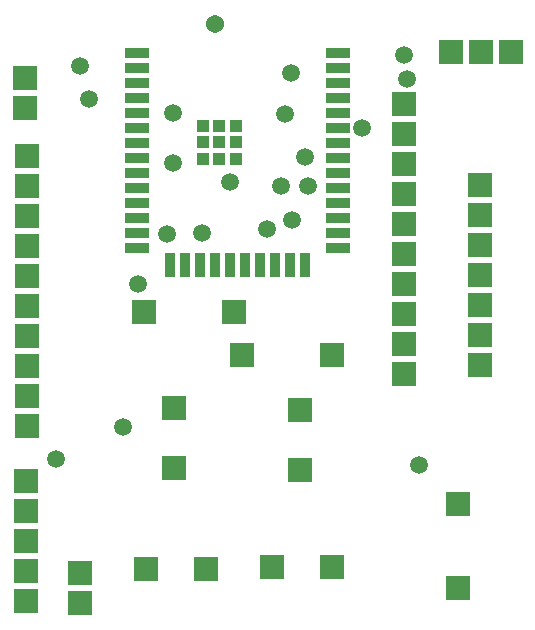
<source format=gts>
G04*
G04 #@! TF.GenerationSoftware,Altium Limited,Altium Designer,23.1.1 (15)*
G04*
G04 Layer_Color=8388736*
%FSLAX44Y44*%
%MOMM*%
G71*
G04*
G04 #@! TF.SameCoordinates,A58621D0-7F8E-4CF1-AD1D-3CF83AC58B01*
G04*
G04*
G04 #@! TF.FilePolarity,Negative*
G04*
G01*
G75*
%ADD16R,1.0500X1.0500*%
%ADD17R,0.8890X2.0066*%
%ADD18R,2.0066X0.8890*%
%ADD19R,2.0000X2.0000*%
%ADD20R,2.0320X2.0000*%
%ADD21C,1.7332*%
%ADD22C,1.5032*%
%ADD23C,1.5332*%
D16*
X736600Y1490980D02*
D03*
X750570D02*
D03*
Y1504950D02*
D03*
X736600D02*
D03*
D03*
X750570D02*
D03*
X736600Y1477010D02*
D03*
X750570Y1490980D02*
D03*
Y1477010D02*
D03*
X764540Y1504950D02*
D03*
X736600Y1490980D02*
D03*
X764540Y1477010D02*
D03*
Y1490980D02*
D03*
X736600Y1477010D02*
D03*
X750570D02*
D03*
X764540D02*
D03*
Y1504950D02*
D03*
Y1490980D02*
D03*
D17*
X708660Y1387555D02*
D03*
X721360D02*
D03*
X746760D02*
D03*
X734060D02*
D03*
X746760D02*
D03*
X734060D02*
D03*
X721360D02*
D03*
X708660D02*
D03*
X759460D02*
D03*
X822960D02*
D03*
X810260D02*
D03*
X797560D02*
D03*
X784860D02*
D03*
X772160D02*
D03*
X822960D02*
D03*
X810260D02*
D03*
X797560D02*
D03*
X784860D02*
D03*
X772160D02*
D03*
X759460D02*
D03*
D18*
X850810Y1401967D02*
D03*
D03*
D03*
Y1414667D02*
D03*
Y1401967D02*
D03*
Y1414667D02*
D03*
Y1401967D02*
D03*
Y1414667D02*
D03*
Y1401967D02*
D03*
Y1465467D02*
D03*
D03*
Y1528967D02*
D03*
Y1503567D02*
D03*
D03*
D03*
Y1516267D02*
D03*
D03*
D03*
Y1528967D02*
D03*
Y1516267D02*
D03*
Y1503567D02*
D03*
Y1528967D02*
D03*
Y1516267D02*
D03*
Y1503567D02*
D03*
Y1516267D02*
D03*
Y1503567D02*
D03*
Y1567067D02*
D03*
Y1554367D02*
D03*
D03*
D03*
Y1567067D02*
D03*
D03*
D03*
Y1554367D02*
D03*
Y1567067D02*
D03*
Y1554367D02*
D03*
Y1567067D02*
D03*
Y1554367D02*
D03*
Y1478167D02*
D03*
D03*
D03*
Y1490867D02*
D03*
D03*
D03*
D03*
Y1478167D02*
D03*
Y1490867D02*
D03*
Y1478167D02*
D03*
Y1490867D02*
D03*
Y1478167D02*
D03*
Y1465467D02*
D03*
Y1452767D02*
D03*
D03*
D03*
Y1465467D02*
D03*
Y1452767D02*
D03*
Y1465467D02*
D03*
Y1452767D02*
D03*
Y1465467D02*
D03*
Y1452767D02*
D03*
Y1414667D02*
D03*
D03*
Y1427367D02*
D03*
D03*
D03*
Y1440067D02*
D03*
D03*
D03*
D03*
Y1427367D02*
D03*
Y1414667D02*
D03*
Y1440067D02*
D03*
Y1427367D02*
D03*
Y1440067D02*
D03*
Y1427367D02*
D03*
Y1528967D02*
D03*
Y1541667D02*
D03*
D03*
D03*
D03*
Y1528967D02*
D03*
Y1541667D02*
D03*
D03*
Y1528967D02*
D03*
X680810Y1567067D02*
D03*
Y1554367D02*
D03*
D03*
D03*
D03*
Y1567067D02*
D03*
Y1554367D02*
D03*
Y1567067D02*
D03*
Y1554367D02*
D03*
Y1478167D02*
D03*
Y1465467D02*
D03*
D03*
D03*
Y1478167D02*
D03*
Y1465467D02*
D03*
D03*
D03*
Y1567067D02*
D03*
D03*
D03*
Y1541667D02*
D03*
Y1528967D02*
D03*
D03*
D03*
Y1541667D02*
D03*
D03*
D03*
Y1528967D02*
D03*
Y1541667D02*
D03*
Y1528967D02*
D03*
Y1541667D02*
D03*
Y1528967D02*
D03*
Y1478167D02*
D03*
Y1490867D02*
D03*
D03*
D03*
Y1503567D02*
D03*
D03*
D03*
D03*
Y1490867D02*
D03*
Y1478167D02*
D03*
Y1503567D02*
D03*
Y1490867D02*
D03*
Y1478167D02*
D03*
Y1503567D02*
D03*
Y1490867D02*
D03*
Y1478167D02*
D03*
Y1427367D02*
D03*
Y1440067D02*
D03*
D03*
D03*
Y1452767D02*
D03*
D03*
D03*
D03*
Y1440067D02*
D03*
Y1427367D02*
D03*
Y1452767D02*
D03*
Y1440067D02*
D03*
Y1427367D02*
D03*
Y1452767D02*
D03*
Y1440067D02*
D03*
Y1427367D02*
D03*
Y1401967D02*
D03*
D03*
D03*
Y1414667D02*
D03*
D03*
D03*
Y1427367D02*
D03*
D03*
Y1414667D02*
D03*
Y1401967D02*
D03*
Y1414667D02*
D03*
Y1401967D02*
D03*
Y1414667D02*
D03*
Y1401967D02*
D03*
Y1516267D02*
D03*
D03*
D03*
D03*
D03*
D03*
Y1567067D02*
D03*
Y1554367D02*
D03*
Y1541667D02*
D03*
Y1528967D02*
D03*
Y1516267D02*
D03*
Y1503567D02*
D03*
Y1490867D02*
D03*
Y1478167D02*
D03*
Y1465467D02*
D03*
Y1452767D02*
D03*
Y1440067D02*
D03*
Y1427367D02*
D03*
Y1414667D02*
D03*
Y1401967D02*
D03*
X850810Y1541667D02*
D03*
Y1528967D02*
D03*
Y1516267D02*
D03*
Y1503567D02*
D03*
Y1490867D02*
D03*
Y1478167D02*
D03*
Y1465467D02*
D03*
Y1452767D02*
D03*
Y1440067D02*
D03*
Y1427367D02*
D03*
Y1414667D02*
D03*
Y1401967D02*
D03*
Y1567067D02*
D03*
Y1554367D02*
D03*
X680810Y1567067D02*
D03*
Y1554367D02*
D03*
Y1541667D02*
D03*
Y1528967D02*
D03*
Y1516267D02*
D03*
Y1503567D02*
D03*
Y1490867D02*
D03*
Y1478167D02*
D03*
Y1465467D02*
D03*
Y1452767D02*
D03*
Y1440067D02*
D03*
Y1427367D02*
D03*
Y1414667D02*
D03*
Y1401967D02*
D03*
X850810Y1541667D02*
D03*
Y1528967D02*
D03*
Y1516267D02*
D03*
Y1503567D02*
D03*
Y1490867D02*
D03*
Y1478167D02*
D03*
Y1465467D02*
D03*
Y1452767D02*
D03*
Y1440067D02*
D03*
Y1427367D02*
D03*
Y1414667D02*
D03*
Y1401967D02*
D03*
Y1567067D02*
D03*
Y1554367D02*
D03*
X680810Y1567067D02*
D03*
Y1554367D02*
D03*
Y1541667D02*
D03*
Y1528967D02*
D03*
Y1516267D02*
D03*
Y1503567D02*
D03*
Y1490867D02*
D03*
Y1478167D02*
D03*
Y1465467D02*
D03*
Y1452767D02*
D03*
Y1440067D02*
D03*
Y1427367D02*
D03*
Y1414667D02*
D03*
Y1401967D02*
D03*
X850810Y1541667D02*
D03*
Y1528967D02*
D03*
Y1516267D02*
D03*
Y1503567D02*
D03*
Y1490867D02*
D03*
Y1478167D02*
D03*
Y1465467D02*
D03*
Y1452767D02*
D03*
Y1440067D02*
D03*
Y1427367D02*
D03*
Y1414667D02*
D03*
Y1401967D02*
D03*
Y1567067D02*
D03*
Y1554367D02*
D03*
D19*
X971390Y1455260D02*
D03*
Y1328260D02*
D03*
Y1353660D02*
D03*
Y1379060D02*
D03*
Y1404460D02*
D03*
Y1429860D02*
D03*
X971224Y1302643D02*
D03*
X952567Y1113764D02*
D03*
Y1184884D02*
D03*
X818990Y1213960D02*
D03*
Y1264760D02*
D03*
X712310Y1266030D02*
D03*
Y1215230D02*
D03*
X845980Y1131410D02*
D03*
X795180D02*
D03*
X688500Y1130140D02*
D03*
X739300D02*
D03*
X632620Y1126330D02*
D03*
Y1100930D02*
D03*
X586900Y1204120D02*
D03*
Y1178720D02*
D03*
Y1153320D02*
D03*
X587053Y1127758D02*
D03*
X586900Y1102520D02*
D03*
X845660Y1310800D02*
D03*
X769460D02*
D03*
X686910Y1347630D02*
D03*
X763110D02*
D03*
X997110Y1567340D02*
D03*
X971710D02*
D03*
X946310D02*
D03*
X585630Y1545430D02*
D03*
Y1520030D02*
D03*
D20*
X588009Y1479710D02*
D03*
Y1454310D02*
D03*
Y1403510D02*
D03*
Y1251110D02*
D03*
Y1301910D02*
D03*
Y1327310D02*
D03*
Y1352710D02*
D03*
Y1276510D02*
D03*
Y1378110D02*
D03*
Y1428910D02*
D03*
X906780Y1346039D02*
D03*
Y1396839D02*
D03*
Y1498439D02*
D03*
Y1422240D02*
D03*
Y1447639D02*
D03*
Y1473039D02*
D03*
Y1523839D02*
D03*
Y1371440D02*
D03*
Y1320639D02*
D03*
Y1295240D02*
D03*
D21*
X971550Y1455420D02*
D03*
Y1430020D02*
D03*
Y1404620D02*
D03*
Y1379220D02*
D03*
Y1353820D02*
D03*
Y1328420D02*
D03*
Y1303020D02*
D03*
X952500Y1184910D02*
D03*
Y1113790D02*
D03*
X819150Y1214120D02*
D03*
Y1264920D02*
D03*
X712470Y1266190D02*
D03*
Y1215390D02*
D03*
X845820Y1131570D02*
D03*
X795020D02*
D03*
X688340Y1130300D02*
D03*
X739140D02*
D03*
X632460Y1101090D02*
D03*
Y1126490D02*
D03*
X586740Y1102360D02*
D03*
Y1127760D02*
D03*
Y1153160D02*
D03*
Y1178560D02*
D03*
Y1203960D02*
D03*
X588010Y1250950D02*
D03*
Y1276350D02*
D03*
Y1479550D02*
D03*
Y1454150D02*
D03*
Y1428750D02*
D03*
Y1403350D02*
D03*
Y1377950D02*
D03*
Y1352550D02*
D03*
Y1327150D02*
D03*
Y1301750D02*
D03*
X906780Y1473200D02*
D03*
Y1447800D02*
D03*
Y1422400D02*
D03*
Y1397000D02*
D03*
Y1371600D02*
D03*
Y1346200D02*
D03*
Y1320800D02*
D03*
Y1295400D02*
D03*
Y1498600D02*
D03*
Y1524000D02*
D03*
X845820Y1310640D02*
D03*
X769620D02*
D03*
X687070Y1347470D02*
D03*
X763270D02*
D03*
X996950Y1567180D02*
D03*
X971550D02*
D03*
X946150D02*
D03*
X585470Y1520190D02*
D03*
Y1545590D02*
D03*
D22*
X871220Y1503567D02*
D03*
X791210Y1417320D02*
D03*
X812059Y1425469D02*
D03*
X825500Y1454150D02*
D03*
X909400Y1544339D02*
D03*
X706120Y1413122D02*
D03*
X759988Y1457220D02*
D03*
X632460Y1555430D02*
D03*
X612140Y1223010D02*
D03*
X802640Y1454150D02*
D03*
X822960Y1478280D02*
D03*
X906696Y1565020D02*
D03*
X681400Y1370920D02*
D03*
X640080Y1527810D02*
D03*
X711200Y1473200D02*
D03*
X919480Y1217930D02*
D03*
X669290Y1249680D02*
D03*
X806450Y1515110D02*
D03*
X811530Y1549400D02*
D03*
X711454Y1516267D02*
D03*
X736092Y1414272D02*
D03*
D23*
X746760Y1591310D02*
D03*
M02*

</source>
